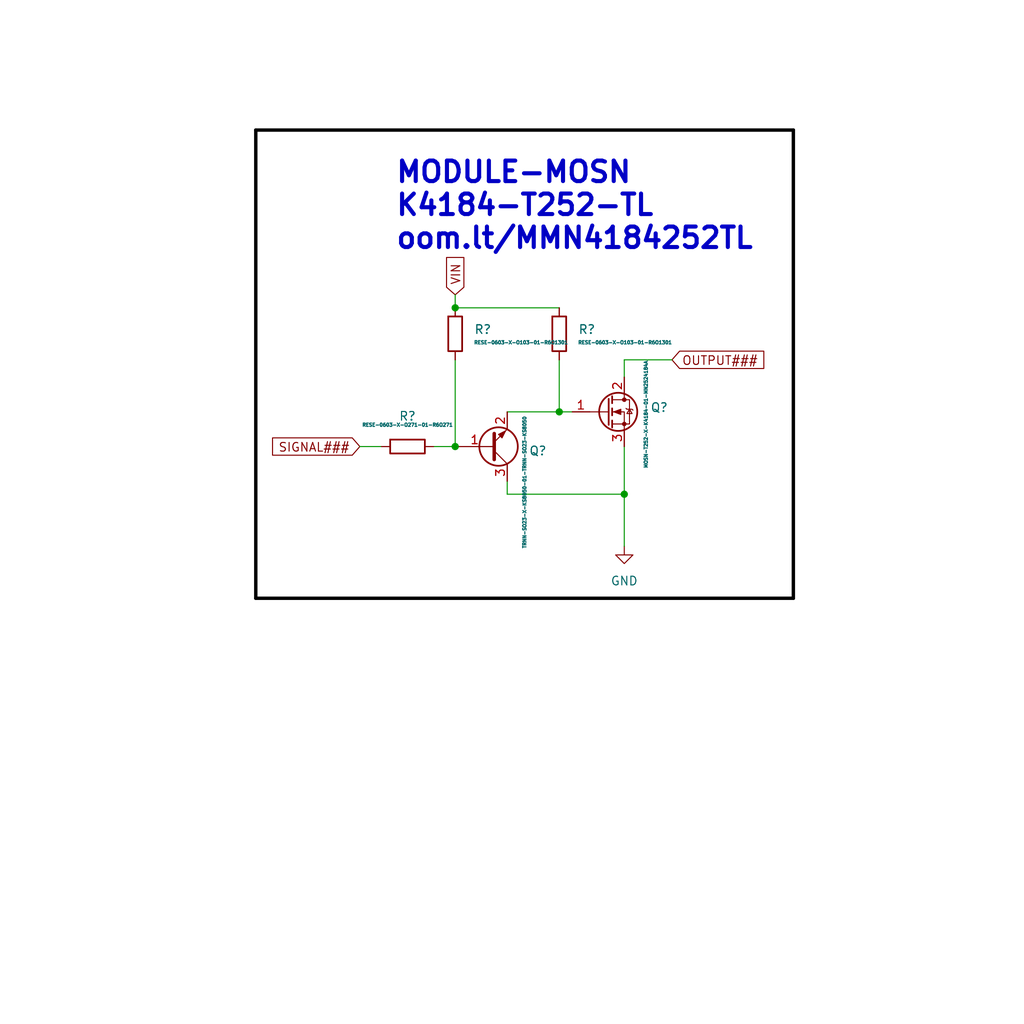
<source format=kicad_sch>
(kicad_sch (version 20211123) (generator eeschema)
  (paper "User" 150.012 150.012)
  (lib_symbols
    (symbol "oomlout_OOMP_parts:MOSN-T252-X-K4184-01-MN2524184A" (pin_names (offset 0) hide)
      (property "Reference" "Q" (at 5.08 1.27 0))
      (property "Value" "MOSN-T252-X-K4184-01-MN2524184A" (at 5.08 -1.27 0))
      (symbol "MOSN-T252-X-K4184-01-MN2524184A_0_1"
        (polyline (pts (xy 0.254 0) (xy -2.54 0)))
        (polyline (pts (xy 0.254 1.905) (xy 0.254 -1.905)) (stroke (width 0.254)))
        (polyline (pts (xy 0.762 -1.27) (xy 0.762 -2.286)) (stroke (width 0.254)))
        (polyline (pts (xy 0.762 0.508) (xy 0.762 -0.508)) (stroke (width 0.254)))
        (polyline (pts (xy 0.762 2.286) (xy 0.762 1.27)) (stroke (width 0.254)))
        (polyline (pts (xy 2.54 2.54) (xy 2.54 1.778)))
        (polyline (pts (xy 2.54 -2.54) (xy 2.54 0) (xy 0.762 0)))
        (polyline (pts (xy 0.762 -1.778) (xy 3.302 -1.778) (xy 3.302 1.778) (xy 0.762 1.778)))
        (polyline (pts (xy 1.016 0) (xy 2.032 0.381) (xy 2.032 -0.381) (xy 1.016 0)) (fill (type outline)))
        (polyline (pts (xy 2.794 0.508) (xy 2.921 0.381) (xy 3.683 0.381) (xy 3.81 0.254)))
        (polyline (pts (xy 3.302 0.381) (xy 2.921 -0.254) (xy 3.683 -0.254) (xy 3.302 0.381)))
        (circle (center 1.651 0) (radius 2.794) (stroke (width 0.254)))
        (circle (center 2.54 -1.778) (radius 0.254) (fill (type outline)))
        (circle (center 2.54 1.778) (radius 0.254) (fill (type outline)))
      )
      (symbol "MOSN-T252-X-K4184-01-MN2524184A_1_1"
        (pin input line (at -5.08 0 0) (length 2.54) (name "G") (number "1"))
        (pin passive line (at 2.54 5.08 270) (length 2.54) (name "D") (number "2"))
        (pin passive line (at 2.54 -5.08 90) (length 2.54) (name "S") (number "3"))
      )
    )
    (symbol "oomlout_OOMP_parts:RESE-0603-X-O103-01-R6O1301" (pin_numbers hide) (pin_names (offset 0))
      (property "Reference" "R" (at 2.032 0 90))
      (property "Value" "RESE-0603-X-O103-01-R6O1301" (at 0 0 90))
      (symbol "RESE-0603-X-O103-01-R6O1301_0_1"
        (rectangle (start -1.016 -2.54) (end 1.016 2.54) (stroke (width 0.254)))
      )
      (symbol "RESE-0603-X-O103-01-R6O1301_1_1"
        (pin passive line (at 0 3.81 270) (length 1.27) (name "~") (number "1"))
        (pin passive line (at 0 -3.81 90) (length 1.27) (name "~") (number "2"))
      )
    )
    (symbol "oomlout_OOMP_parts:RESE-0603-X-O271-01-R6O271" (pin_numbers hide) (pin_names (offset 0))
      (property "Reference" "R" (at 2.032 0 90))
      (property "Value" "RESE-0603-X-O271-01-R6O271" (at 0 0 90))
      (symbol "RESE-0603-X-O271-01-R6O271_0_1"
        (rectangle (start -1.016 -2.54) (end 1.016 2.54) (stroke (width 0.254)))
      )
      (symbol "RESE-0603-X-O271-01-R6O271_1_1"
        (pin passive line (at 0 3.81 270) (length 1.27) (name "~") (number "1"))
        (pin passive line (at 0 -3.81 90) (length 1.27) (name "~") (number "2"))
      )
    )
    (symbol "oomlout_OOMP_parts:TRNN-SO23-X-KS8050-01-TRNN-SO23-KS8050" (pin_names (offset 0) hide)
      (property "Reference" "Q" (at 5.08 1.27 0))
      (property "Value" "TRNN-SO23-X-KS8050-01-TRNN-SO23-KS8050" (at 5.08 -1.27 0))
      (symbol "TRNN-SO23-X-KS8050-01-TRNN-SO23-KS8050_0_1"
        (polyline (pts (xy 0.635 0.635) (xy 2.54 2.54)))
        (polyline (pts (xy 0.635 -0.635) (xy 2.54 -2.54) (xy 2.54 -2.54)))
        (polyline (pts (xy 0.635 1.905) (xy 0.635 -1.905) (xy 0.635 -1.905)) (stroke (width 0.508)))
        (polyline (pts (xy 1.27 -1.778) (xy 1.778 -1.27) (xy 2.286 -2.286) (xy 1.27 -1.778) (xy 1.27 -1.778)) (fill (type outline)))
        (circle (center 1.27 0) (radius 2.8194) (stroke (width 0.254)))
      )
      (symbol "TRNN-SO23-X-KS8050-01-TRNN-SO23-KS8050_1_1"
        (pin input line (at -5.08 0 0) (length 5.715) (name "B") (number "1"))
        (pin passive line (at 2.54 -5.08 90) (length 2.54) (name "E") (number "2"))
        (pin passive line (at 2.54 5.08 270) (length 2.54) (name "C") (number "3"))
      )
    )
    (symbol "power:GND" (power) (pin_names (offset 0))
      (property "Value" "GND" (at 0 -3.81 0))
      (symbol "GND_0_1"
        (polyline (pts (xy 0 0) (xy 0 -1.27) (xy 1.27 -1.27) (xy 0 -2.54) (xy -1.27 -1.27) (xy 0 -1.27)))
      )
      (symbol "GND_1_1"
        (pin power_in line (at 0 0 270) (length 0) hide (name "GND") (number "1"))
      )
    )
  )
  (junction (at 91.44 72.39))
  (junction (at 81.915 60.325))
  (junction (at 66.675 65.405))
  (junction (at 66.675 45.085))
  (wire (pts (xy 81.915 52.705) (xy 81.915 60.325)))
  (wire (pts (xy 66.675 43.18) (xy 66.675 45.085)))
  (polyline (pts (xy 37.465 87.63) (xy 116.205 87.63)) (stroke (width 0.5) (type solid) (color 0 0 0 1)))
  (wire (pts (xy 81.915 60.325) (xy 83.82 60.325)))
  (wire (pts (xy 52.705 65.405) (xy 55.88 65.405)))
  (wire (pts (xy 66.675 52.705) (xy 66.675 65.405)))
  (wire (pts (xy 66.675 45.085) (xy 81.915 45.085)))
  (wire (pts (xy 91.44 52.705) (xy 98.425 52.705)))
  (polyline (pts (xy 37.465 19.05) (xy 37.465 87.63)) (stroke (width 0.5) (type solid) (color 0 0 0 1)))
  (polyline (pts (xy 116.205 87.63) (xy 116.205 19.05)) (stroke (width 0.5) (type solid) (color 0 0 0 1)))
  (wire (pts (xy 91.44 65.405) (xy 91.44 72.39)))
  (wire (pts (xy 74.295 72.39) (xy 91.44 72.39)))
  (wire (pts (xy 74.295 60.325) (xy 81.915 60.325)))
  (wire (pts (xy 63.5 65.405) (xy 66.675 65.405)))
  (wire (pts (xy 74.295 70.485) (xy 74.295 72.39)))
  (wire (pts (xy 91.44 72.39) (xy 91.44 80.01)))
  (wire (pts (xy 91.44 55.245) (xy 91.44 52.705)))
  (polyline (pts (xy 37.465 19.05) (xy 116.205 19.05)) (stroke (width 0.5) (type solid) (color 0 0 0 1)))
  (text "MODULE-MOSN\nK4184-T252-TL\noom.lt/MMN4184252TL" (at 57.785 36.83 0) (effects (font (size 3 3) (thickness 0.6) bold) (justify left bottom)))
  (global_label "OUTPUT###" (shape input) (at 98.425 52.705 0) (property "Intersheet References" "${INTERSHEET_REFS}" (effects hide)))
  (global_label "SIGNAL###" (shape input) (at 52.705 65.405 180) (property "Intersheet References" "${INTERSHEET_REFS}" (effects hide)))
  (global_label "VIN" (shape input) (at 66.675 43.18 90) (property "Intersheet References" "${INTERSHEET_REFS}" (effects hide)))
  (symbol (lib_id "oomlout_OOMP_parts:TRNN-SO23-X-KS8050-01-TRNN-SO23-KS8050") (at 71.755 65.405 0) (mirror x) (unit 1)
    (property "Reference" "Q?" (at 77.47 66.04 0) (effects (justify left)))
    (property "Value" "TRNN-SO23-X-KS8050-01-TRNN-SO23-KS8050" (at 76.835 60.96 90) (effects (font (size 0.5 0.5)) (justify left)))
    (property "Footprint" "oomlout_OOMP_parts:TRNN-SO23-X-KS8050-01-TRNN-SO23-KS8050" (effects hide))
    (property "Datasheet" "oom.lt/TRNN-SO23-KS8050" (effects hide))
  )
  (symbol (lib_id "power:GND") (at 91.44 80.01 0) (unit 1)
    (property "Reference" "#PWR?" (effects hide))
    (property "Value" "GND" (at 91.44 85.09 0))
  )
  (symbol (lib_id "oomlout_OOMP_parts:RESE-0603-X-O103-01-R6O1301") (at 66.675 48.895 180) (unit 1)
    (property "Reference" "R?" (at 69.4346 48.2599 0) (effects (justify right)))
    (property "Value" "RESE-0603-X-O103-01-R6O1301" (at 69.4346 50.165 0) (effects (font (size 0.5 0.5)) (justify right)))
    (property "Footprint" "oomlout_OOMP_parts:RESE-0603-X-O103-01-R6O1301" (effects hide))
    (property "Datasheet" "oom.lt/R6O1301" (effects hide))
  )
  (symbol (lib_id "oomlout_OOMP_parts:MOSN-T252-X-K4184-01-MN2524184A") (at 88.9 60.325 0) (unit 1)
    (property "Reference" "Q?" (at 95.25 59.6899 0) (effects (justify left)))
    (property "Value" "MOSN-T252-X-K4184-01-MN2524184A" (at 94.615 68.58 90) (effects (font (size 0.5 0.5)) (justify left)))
    (property "Footprint" "oomlout_OOMP_parts:MOSN-T252-X-K4184-01-MN2524184A" (effects hide))
    (property "Datasheet" "oom.lt/MN2524184A" (effects hide))
  )
  (symbol (lib_id "oomlout_OOMP_parts:RESE-0603-X-O271-01-R6O271") (at 59.69 65.405 90) (unit 1)
    (property "Reference" "R?" (at 59.69 60.96 90))
    (property "Value" "RESE-0603-X-O271-01-R6O271" (at 59.69 62.23 90) (effects (font (size 0.5 0.5))))
    (property "Footprint" "oomlout_OOMP_parts:RESE-0603-X-O271-01-R6O271" (effects hide))
    (property "Datasheet" "oom.lt/R6O271" (effects hide))
  )
  (symbol (lib_id "oomlout_OOMP_parts:RESE-0603-X-O103-01-R6O1301") (at 81.915 48.895 180) (unit 1)
    (property "Reference" "R?" (at 84.6746 48.2599 0) (effects (justify right)))
    (property "Value" "RESE-0603-X-O103-01-R6O1301" (at 84.6746 50.165 0) (effects (font (size 0.5 0.5)) (justify right)))
    (property "Footprint" "oomlout_OOMP_parts:RESE-0603-X-O103-01-R6O1301" (effects hide))
    (property "Datasheet" "oom.lt/R6O1301" (effects hide))
  )
)
</source>
